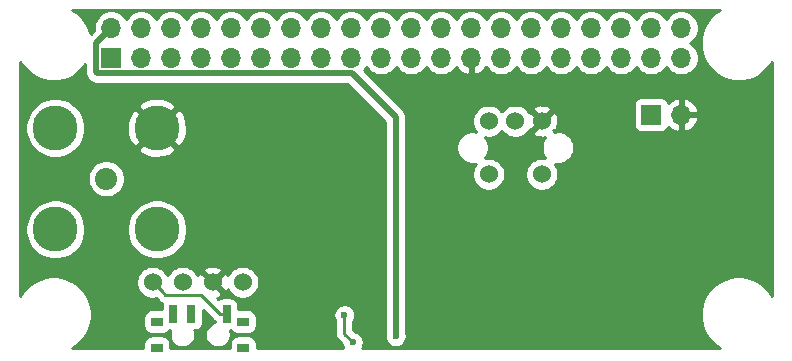
<source format=gbl>
G04 #@! TF.GenerationSoftware,KiCad,Pcbnew,(5.1.9)-1*
G04 #@! TF.CreationDate,2021-03-17T22:20:43-04:00*
G04 #@! TF.ProjectId,pi_zero_video_modulator,70695f7a-6572-46f5-9f76-6964656f5f6d,rev?*
G04 #@! TF.SameCoordinates,Original*
G04 #@! TF.FileFunction,Copper,L2,Bot*
G04 #@! TF.FilePolarity,Positive*
%FSLAX46Y46*%
G04 Gerber Fmt 4.6, Leading zero omitted, Abs format (unit mm)*
G04 Created by KiCad (PCBNEW (5.1.9)-1) date 2021-03-17 22:20:43*
%MOMM*%
%LPD*%
G01*
G04 APERTURE LIST*
G04 #@! TA.AperFunction,ComponentPad*
%ADD10C,3.810000*%
G04 #@! TD*
G04 #@! TA.AperFunction,ComponentPad*
%ADD11C,1.875000*%
G04 #@! TD*
G04 #@! TA.AperFunction,ComponentPad*
%ADD12C,1.524000*%
G04 #@! TD*
G04 #@! TA.AperFunction,SMDPad,CuDef*
%ADD13R,1.000000X0.800000*%
G04 #@! TD*
G04 #@! TA.AperFunction,SMDPad,CuDef*
%ADD14R,0.700000X1.500000*%
G04 #@! TD*
G04 #@! TA.AperFunction,ComponentPad*
%ADD15O,1.700000X1.700000*%
G04 #@! TD*
G04 #@! TA.AperFunction,ComponentPad*
%ADD16R,1.700000X1.700000*%
G04 #@! TD*
G04 #@! TA.AperFunction,ViaPad*
%ADD17C,0.600000*%
G04 #@! TD*
G04 #@! TA.AperFunction,Conductor*
%ADD18C,0.500000*%
G04 #@! TD*
G04 #@! TA.AperFunction,Conductor*
%ADD19C,0.250000*%
G04 #@! TD*
G04 #@! TA.AperFunction,Conductor*
%ADD20C,0.254000*%
G04 #@! TD*
G04 #@! TA.AperFunction,Conductor*
%ADD21C,0.100000*%
G04 #@! TD*
G04 APERTURE END LIST*
D10*
X16147000Y-43797000D03*
X24747000Y-43797000D03*
X16147000Y-35197000D03*
X24747000Y-35197000D03*
D11*
X20447000Y-39497000D03*
D12*
X57332000Y-34616000D03*
X55084000Y-34616000D03*
X52832000Y-34616000D03*
X57332000Y-39116000D03*
X52832000Y-39116000D03*
X32004000Y-48260000D03*
X29464000Y-48260000D03*
X26924000Y-48260000D03*
X24384000Y-48260000D03*
D13*
X32047200Y-51594800D03*
X24747200Y-51594800D03*
X24747200Y-53804800D03*
X32047200Y-53804800D03*
D14*
X26147200Y-50944800D03*
X27647200Y-50944800D03*
X30647200Y-50944800D03*
D15*
X69128640Y-34068420D03*
D16*
X66588640Y-34068420D03*
D15*
X69130000Y-26730000D03*
X69130000Y-29270000D03*
X66590000Y-26730000D03*
X66590000Y-29270000D03*
X64050000Y-26730000D03*
X64050000Y-29270000D03*
X61510000Y-26730000D03*
X61510000Y-29270000D03*
X58970000Y-26730000D03*
X58970000Y-29270000D03*
X56430000Y-26730000D03*
X56430000Y-29270000D03*
X53890000Y-26730000D03*
X53890000Y-29270000D03*
X51350000Y-26730000D03*
X51350000Y-29270000D03*
X48810000Y-26730000D03*
X48810000Y-29270000D03*
X46270000Y-26730000D03*
X46270000Y-29270000D03*
X43730000Y-26730000D03*
X43730000Y-29270000D03*
X41190000Y-26730000D03*
X41190000Y-29270000D03*
X38650000Y-26730000D03*
X38650000Y-29270000D03*
X36110000Y-26730000D03*
X36110000Y-29270000D03*
X33570000Y-26730000D03*
X33570000Y-29270000D03*
X31030000Y-26730000D03*
X31030000Y-29270000D03*
X28490000Y-26730000D03*
X28490000Y-29270000D03*
X25950000Y-26730000D03*
X25950000Y-29270000D03*
X23410000Y-26730000D03*
X23410000Y-29270000D03*
X20870000Y-26730000D03*
D16*
X20870000Y-29270000D03*
D17*
X27660600Y-50977800D03*
X61544200Y-46101000D03*
X74777600Y-42138600D03*
X52324000Y-47853600D03*
X44958000Y-52832000D03*
X40614600Y-51054000D03*
X41323500Y-53340000D03*
X26162000Y-50927000D03*
D18*
X20020001Y-27579999D02*
X20870000Y-26730000D01*
X19569999Y-28030001D02*
X20020001Y-27579999D01*
X19569999Y-30480001D02*
X19569999Y-28030001D01*
X19659999Y-30570001D02*
X19569999Y-30480001D01*
X44958000Y-34290000D02*
X41238001Y-30570001D01*
X41238001Y-30570001D02*
X19659999Y-30570001D01*
X44958000Y-52832000D02*
X44958000Y-34290000D01*
D19*
X40614600Y-52631100D02*
X41323500Y-53340000D01*
X40614600Y-51054000D02*
X40614600Y-52631100D01*
X25145999Y-49021999D02*
X24384000Y-48260000D01*
X25471001Y-49347001D02*
X25145999Y-49021999D01*
X28449401Y-49347001D02*
X25471001Y-49347001D01*
X30047200Y-50944800D02*
X28449401Y-49347001D01*
X30647200Y-50944800D02*
X30047200Y-50944800D01*
D20*
X71942907Y-25493425D02*
X71493425Y-25942907D01*
X71140270Y-26471442D01*
X70897012Y-27058719D01*
X70773000Y-27682168D01*
X70773000Y-28317832D01*
X70897012Y-28941281D01*
X71140270Y-29528558D01*
X71493425Y-30057093D01*
X71942907Y-30506575D01*
X72471442Y-30859730D01*
X73058719Y-31102988D01*
X73682168Y-31227000D01*
X74317832Y-31227000D01*
X74941281Y-31102988D01*
X75528558Y-30859730D01*
X76057093Y-30506575D01*
X76506575Y-30057093D01*
X76815000Y-29595501D01*
X76815001Y-49404500D01*
X76506575Y-48942907D01*
X76057093Y-48493425D01*
X75528558Y-48140270D01*
X74941281Y-47897012D01*
X74317832Y-47773000D01*
X73682168Y-47773000D01*
X73058719Y-47897012D01*
X72471442Y-48140270D01*
X71942907Y-48493425D01*
X71493425Y-48942907D01*
X71140270Y-49471442D01*
X70897012Y-50058719D01*
X70773000Y-50682168D01*
X70773000Y-51317832D01*
X70897012Y-51941281D01*
X71140270Y-52528558D01*
X71493425Y-53057093D01*
X71942907Y-53506575D01*
X72404499Y-53815000D01*
X42130630Y-53815000D01*
X42152086Y-53782889D01*
X42222568Y-53612729D01*
X42258500Y-53432089D01*
X42258500Y-53247911D01*
X42222568Y-53067271D01*
X42152086Y-52897111D01*
X42049762Y-52743972D01*
X41919528Y-52613738D01*
X41766389Y-52511414D01*
X41596229Y-52440932D01*
X41475149Y-52416847D01*
X41374600Y-52316299D01*
X41374600Y-51599535D01*
X41443186Y-51496889D01*
X41513668Y-51326729D01*
X41549600Y-51146089D01*
X41549600Y-50961911D01*
X41513668Y-50781271D01*
X41443186Y-50611111D01*
X41340862Y-50457972D01*
X41210628Y-50327738D01*
X41057489Y-50225414D01*
X40887329Y-50154932D01*
X40706689Y-50119000D01*
X40522511Y-50119000D01*
X40341871Y-50154932D01*
X40171711Y-50225414D01*
X40018572Y-50327738D01*
X39888338Y-50457972D01*
X39786014Y-50611111D01*
X39715532Y-50781271D01*
X39679600Y-50961911D01*
X39679600Y-51146089D01*
X39715532Y-51326729D01*
X39786014Y-51496889D01*
X39854600Y-51599536D01*
X39854601Y-52593768D01*
X39850924Y-52631100D01*
X39854601Y-52668433D01*
X39861074Y-52734148D01*
X39865598Y-52780085D01*
X39909054Y-52923346D01*
X39979626Y-53055376D01*
X40021154Y-53105977D01*
X40074600Y-53171101D01*
X40103598Y-53194899D01*
X40400347Y-53491649D01*
X40424432Y-53612729D01*
X40494914Y-53782889D01*
X40516370Y-53815000D01*
X33185272Y-53815000D01*
X33185272Y-53404800D01*
X33173012Y-53280318D01*
X33136702Y-53160620D01*
X33077737Y-53050306D01*
X32998385Y-52953615D01*
X32901694Y-52874263D01*
X32791380Y-52815298D01*
X32671682Y-52778988D01*
X32547200Y-52766728D01*
X31547200Y-52766728D01*
X31422718Y-52778988D01*
X31303020Y-52815298D01*
X31192706Y-52874263D01*
X31096015Y-52953615D01*
X31016663Y-53050306D01*
X30957698Y-53160620D01*
X30921388Y-53280318D01*
X30909128Y-53404800D01*
X30909128Y-53815000D01*
X25885272Y-53815000D01*
X25885272Y-53404800D01*
X25873012Y-53280318D01*
X25836702Y-53160620D01*
X25777737Y-53050306D01*
X25698385Y-52953615D01*
X25601694Y-52874263D01*
X25491380Y-52815298D01*
X25371682Y-52778988D01*
X25247200Y-52766728D01*
X24247200Y-52766728D01*
X24122718Y-52778988D01*
X24003020Y-52815298D01*
X23892706Y-52874263D01*
X23796015Y-52953615D01*
X23716663Y-53050306D01*
X23657698Y-53160620D01*
X23621388Y-53280318D01*
X23609128Y-53404800D01*
X23609128Y-53815000D01*
X17595501Y-53815000D01*
X18057093Y-53506575D01*
X18506575Y-53057093D01*
X18859730Y-52528558D01*
X19102988Y-51941281D01*
X19227000Y-51317832D01*
X19227000Y-50682168D01*
X19102988Y-50058719D01*
X18859730Y-49471442D01*
X18506575Y-48942907D01*
X18057093Y-48493425D01*
X17528558Y-48140270D01*
X17485436Y-48122408D01*
X22987000Y-48122408D01*
X22987000Y-48397592D01*
X23040686Y-48667490D01*
X23145995Y-48921727D01*
X23298880Y-49150535D01*
X23493465Y-49345120D01*
X23722273Y-49498005D01*
X23976510Y-49603314D01*
X24246408Y-49657000D01*
X24521592Y-49657000D01*
X24675571Y-49626372D01*
X24907197Y-49857998D01*
X24931000Y-49887002D01*
X25046725Y-49981975D01*
X25177054Y-50051639D01*
X25171388Y-50070318D01*
X25159128Y-50194800D01*
X25159128Y-50556728D01*
X24247200Y-50556728D01*
X24122718Y-50568988D01*
X24003020Y-50605298D01*
X23892706Y-50664263D01*
X23796015Y-50743615D01*
X23716663Y-50840306D01*
X23657698Y-50950620D01*
X23621388Y-51070318D01*
X23609128Y-51194800D01*
X23609128Y-51994800D01*
X23621388Y-52119282D01*
X23657698Y-52238980D01*
X23716663Y-52349294D01*
X23796015Y-52445985D01*
X23892706Y-52525337D01*
X24003020Y-52584302D01*
X24122718Y-52620612D01*
X24247200Y-52632872D01*
X25247200Y-52632872D01*
X25371682Y-52620612D01*
X25491380Y-52584302D01*
X25601694Y-52525337D01*
X25698385Y-52445985D01*
X25777737Y-52349294D01*
X25787049Y-52331872D01*
X25797200Y-52332872D01*
X25876862Y-52332872D01*
X25853896Y-52388317D01*
X25812200Y-52597937D01*
X25812200Y-52811663D01*
X25853896Y-53021283D01*
X25935685Y-53218740D01*
X26054425Y-53396447D01*
X26205553Y-53547575D01*
X26383260Y-53666315D01*
X26580717Y-53748104D01*
X26790337Y-53789800D01*
X27004063Y-53789800D01*
X27213683Y-53748104D01*
X27411140Y-53666315D01*
X27588847Y-53547575D01*
X27739975Y-53396447D01*
X27858715Y-53218740D01*
X27940504Y-53021283D01*
X27982200Y-52811663D01*
X27982200Y-52597937D01*
X27940504Y-52388317D01*
X27917538Y-52332872D01*
X27997200Y-52332872D01*
X28121682Y-52320612D01*
X28241380Y-52284302D01*
X28351694Y-52225337D01*
X28448385Y-52145985D01*
X28527737Y-52049294D01*
X28586702Y-51938980D01*
X28623012Y-51819282D01*
X28635272Y-51694800D01*
X28635272Y-50607673D01*
X29483401Y-51455803D01*
X29507199Y-51484801D01*
X29536197Y-51508599D01*
X29622923Y-51579774D01*
X29659128Y-51599126D01*
X29659128Y-51645899D01*
X29580717Y-51661496D01*
X29383260Y-51743285D01*
X29205553Y-51862025D01*
X29054425Y-52013153D01*
X28935685Y-52190860D01*
X28853896Y-52388317D01*
X28812200Y-52597937D01*
X28812200Y-52811663D01*
X28853896Y-53021283D01*
X28935685Y-53218740D01*
X29054425Y-53396447D01*
X29205553Y-53547575D01*
X29383260Y-53666315D01*
X29580717Y-53748104D01*
X29790337Y-53789800D01*
X30004063Y-53789800D01*
X30213683Y-53748104D01*
X30411140Y-53666315D01*
X30588847Y-53547575D01*
X30739975Y-53396447D01*
X30858715Y-53218740D01*
X30940504Y-53021283D01*
X30982200Y-52811663D01*
X30982200Y-52597937D01*
X30940504Y-52388317D01*
X30917538Y-52332872D01*
X30997200Y-52332872D01*
X31007351Y-52331872D01*
X31016663Y-52349294D01*
X31096015Y-52445985D01*
X31192706Y-52525337D01*
X31303020Y-52584302D01*
X31422718Y-52620612D01*
X31547200Y-52632872D01*
X32547200Y-52632872D01*
X32671682Y-52620612D01*
X32791380Y-52584302D01*
X32901694Y-52525337D01*
X32998385Y-52445985D01*
X33077737Y-52349294D01*
X33136702Y-52238980D01*
X33173012Y-52119282D01*
X33185272Y-51994800D01*
X33185272Y-51194800D01*
X33173012Y-51070318D01*
X33136702Y-50950620D01*
X33077737Y-50840306D01*
X32998385Y-50743615D01*
X32901694Y-50664263D01*
X32791380Y-50605298D01*
X32671682Y-50568988D01*
X32547200Y-50556728D01*
X31635272Y-50556728D01*
X31635272Y-50194800D01*
X31623012Y-50070318D01*
X31586702Y-49950620D01*
X31527737Y-49840306D01*
X31448385Y-49743615D01*
X31351694Y-49664263D01*
X31241380Y-49605298D01*
X31121682Y-49568988D01*
X30997200Y-49556728D01*
X30297200Y-49556728D01*
X30172718Y-49568988D01*
X30053020Y-49605298D01*
X29942706Y-49664263D01*
X29887099Y-49709898D01*
X29799434Y-49622232D01*
X29808133Y-49620922D01*
X30067023Y-49527636D01*
X30182980Y-49465656D01*
X30249960Y-49225565D01*
X29464000Y-48439605D01*
X29449858Y-48453748D01*
X29270253Y-48274143D01*
X29284395Y-48260000D01*
X29643605Y-48260000D01*
X30429565Y-49045960D01*
X30669656Y-48978980D01*
X30733485Y-48843240D01*
X30765995Y-48921727D01*
X30918880Y-49150535D01*
X31113465Y-49345120D01*
X31342273Y-49498005D01*
X31596510Y-49603314D01*
X31866408Y-49657000D01*
X32141592Y-49657000D01*
X32411490Y-49603314D01*
X32665727Y-49498005D01*
X32894535Y-49345120D01*
X33089120Y-49150535D01*
X33242005Y-48921727D01*
X33347314Y-48667490D01*
X33401000Y-48397592D01*
X33401000Y-48122408D01*
X33347314Y-47852510D01*
X33242005Y-47598273D01*
X33089120Y-47369465D01*
X32894535Y-47174880D01*
X32665727Y-47021995D01*
X32411490Y-46916686D01*
X32141592Y-46863000D01*
X31866408Y-46863000D01*
X31596510Y-46916686D01*
X31342273Y-47021995D01*
X31113465Y-47174880D01*
X30918880Y-47369465D01*
X30765995Y-47598273D01*
X30736308Y-47669943D01*
X30731636Y-47656977D01*
X30669656Y-47541020D01*
X30429565Y-47474040D01*
X29643605Y-48260000D01*
X29284395Y-48260000D01*
X28498435Y-47474040D01*
X28258344Y-47541020D01*
X28194515Y-47676760D01*
X28162005Y-47598273D01*
X28009120Y-47369465D01*
X27934090Y-47294435D01*
X28678040Y-47294435D01*
X29464000Y-48080395D01*
X30249960Y-47294435D01*
X30182980Y-47054344D01*
X29933952Y-46937244D01*
X29666865Y-46870977D01*
X29391983Y-46858090D01*
X29119867Y-46899078D01*
X28860977Y-46992364D01*
X28745020Y-47054344D01*
X28678040Y-47294435D01*
X27934090Y-47294435D01*
X27814535Y-47174880D01*
X27585727Y-47021995D01*
X27331490Y-46916686D01*
X27061592Y-46863000D01*
X26786408Y-46863000D01*
X26516510Y-46916686D01*
X26262273Y-47021995D01*
X26033465Y-47174880D01*
X25838880Y-47369465D01*
X25685995Y-47598273D01*
X25654000Y-47675515D01*
X25622005Y-47598273D01*
X25469120Y-47369465D01*
X25274535Y-47174880D01*
X25045727Y-47021995D01*
X24791490Y-46916686D01*
X24521592Y-46863000D01*
X24246408Y-46863000D01*
X23976510Y-46916686D01*
X23722273Y-47021995D01*
X23493465Y-47174880D01*
X23298880Y-47369465D01*
X23145995Y-47598273D01*
X23040686Y-47852510D01*
X22987000Y-48122408D01*
X17485436Y-48122408D01*
X16941281Y-47897012D01*
X16317832Y-47773000D01*
X15682168Y-47773000D01*
X15058719Y-47897012D01*
X14471442Y-48140270D01*
X13942907Y-48493425D01*
X13493425Y-48942907D01*
X13185000Y-49404499D01*
X13185000Y-43546832D01*
X13607000Y-43546832D01*
X13607000Y-44047168D01*
X13704611Y-44537891D01*
X13896081Y-45000141D01*
X14174053Y-45416156D01*
X14527844Y-45769947D01*
X14943859Y-46047919D01*
X15406109Y-46239389D01*
X15896832Y-46337000D01*
X16397168Y-46337000D01*
X16887891Y-46239389D01*
X17350141Y-46047919D01*
X17766156Y-45769947D01*
X18119947Y-45416156D01*
X18397919Y-45000141D01*
X18589389Y-44537891D01*
X18687000Y-44047168D01*
X18687000Y-43546832D01*
X22207000Y-43546832D01*
X22207000Y-44047168D01*
X22304611Y-44537891D01*
X22496081Y-45000141D01*
X22774053Y-45416156D01*
X23127844Y-45769947D01*
X23543859Y-46047919D01*
X24006109Y-46239389D01*
X24496832Y-46337000D01*
X24997168Y-46337000D01*
X25487891Y-46239389D01*
X25950141Y-46047919D01*
X26366156Y-45769947D01*
X26719947Y-45416156D01*
X26997919Y-45000141D01*
X27189389Y-44537891D01*
X27287000Y-44047168D01*
X27287000Y-43546832D01*
X27189389Y-43056109D01*
X26997919Y-42593859D01*
X26719947Y-42177844D01*
X26366156Y-41824053D01*
X25950141Y-41546081D01*
X25487891Y-41354611D01*
X24997168Y-41257000D01*
X24496832Y-41257000D01*
X24006109Y-41354611D01*
X23543859Y-41546081D01*
X23127844Y-41824053D01*
X22774053Y-42177844D01*
X22496081Y-42593859D01*
X22304611Y-43056109D01*
X22207000Y-43546832D01*
X18687000Y-43546832D01*
X18589389Y-43056109D01*
X18397919Y-42593859D01*
X18119947Y-42177844D01*
X17766156Y-41824053D01*
X17350141Y-41546081D01*
X16887891Y-41354611D01*
X16397168Y-41257000D01*
X15896832Y-41257000D01*
X15406109Y-41354611D01*
X14943859Y-41546081D01*
X14527844Y-41824053D01*
X14174053Y-42177844D01*
X13896081Y-42593859D01*
X13704611Y-43056109D01*
X13607000Y-43546832D01*
X13185000Y-43546832D01*
X13185000Y-39342122D01*
X18874500Y-39342122D01*
X18874500Y-39651878D01*
X18934930Y-39955681D01*
X19053468Y-40241858D01*
X19225559Y-40499411D01*
X19444589Y-40718441D01*
X19702142Y-40890532D01*
X19988319Y-41009070D01*
X20292122Y-41069500D01*
X20601878Y-41069500D01*
X20905681Y-41009070D01*
X21191858Y-40890532D01*
X21449411Y-40718441D01*
X21668441Y-40499411D01*
X21840532Y-40241858D01*
X21959070Y-39955681D01*
X22019500Y-39651878D01*
X22019500Y-39342122D01*
X21959070Y-39038319D01*
X21840532Y-38752142D01*
X21668441Y-38494589D01*
X21449411Y-38275559D01*
X21191858Y-38103468D01*
X20905681Y-37984930D01*
X20601878Y-37924500D01*
X20292122Y-37924500D01*
X19988319Y-37984930D01*
X19702142Y-38103468D01*
X19444589Y-38275559D01*
X19225559Y-38494589D01*
X19053468Y-38752142D01*
X18934930Y-39038319D01*
X18874500Y-39342122D01*
X13185000Y-39342122D01*
X13185000Y-34946832D01*
X13607000Y-34946832D01*
X13607000Y-35447168D01*
X13704611Y-35937891D01*
X13896081Y-36400141D01*
X14174053Y-36816156D01*
X14527844Y-37169947D01*
X14943859Y-37447919D01*
X15406109Y-37639389D01*
X15896832Y-37737000D01*
X16397168Y-37737000D01*
X16887891Y-37639389D01*
X17350141Y-37447919D01*
X17766156Y-37169947D01*
X17959196Y-36976907D01*
X23146699Y-36976907D01*
X23351405Y-37333937D01*
X23795117Y-37565143D01*
X24275409Y-37705343D01*
X24773823Y-37749149D01*
X25271208Y-37694877D01*
X25748447Y-37544613D01*
X26142595Y-37333937D01*
X26347301Y-36976907D01*
X24747000Y-35376605D01*
X23146699Y-36976907D01*
X17959196Y-36976907D01*
X18119947Y-36816156D01*
X18397919Y-36400141D01*
X18589389Y-35937891D01*
X18687000Y-35447168D01*
X18687000Y-35223823D01*
X22194851Y-35223823D01*
X22249123Y-35721208D01*
X22399387Y-36198447D01*
X22610063Y-36592595D01*
X22967093Y-36797301D01*
X24567395Y-35197000D01*
X24926605Y-35197000D01*
X26526907Y-36797301D01*
X26883937Y-36592595D01*
X27115143Y-36148883D01*
X27255343Y-35668591D01*
X27299149Y-35170177D01*
X27244877Y-34672792D01*
X27094613Y-34195553D01*
X26883937Y-33801405D01*
X26526907Y-33596699D01*
X24926605Y-35197000D01*
X24567395Y-35197000D01*
X22967093Y-33596699D01*
X22610063Y-33801405D01*
X22378857Y-34245117D01*
X22238657Y-34725409D01*
X22194851Y-35223823D01*
X18687000Y-35223823D01*
X18687000Y-34946832D01*
X18589389Y-34456109D01*
X18397919Y-33993859D01*
X18119947Y-33577844D01*
X17959196Y-33417093D01*
X23146699Y-33417093D01*
X24747000Y-35017395D01*
X26347301Y-33417093D01*
X26142595Y-33060063D01*
X25698883Y-32828857D01*
X25218591Y-32688657D01*
X24720177Y-32644851D01*
X24222792Y-32699123D01*
X23745553Y-32849387D01*
X23351405Y-33060063D01*
X23146699Y-33417093D01*
X17959196Y-33417093D01*
X17766156Y-33224053D01*
X17350141Y-32946081D01*
X16887891Y-32754611D01*
X16397168Y-32657000D01*
X15896832Y-32657000D01*
X15406109Y-32754611D01*
X14943859Y-32946081D01*
X14527844Y-33224053D01*
X14174053Y-33577844D01*
X13896081Y-33993859D01*
X13704611Y-34456109D01*
X13607000Y-34946832D01*
X13185000Y-34946832D01*
X13185000Y-29595501D01*
X13493425Y-30057093D01*
X13942907Y-30506575D01*
X14471442Y-30859730D01*
X15058719Y-31102988D01*
X15682168Y-31227000D01*
X16317832Y-31227000D01*
X16941281Y-31102988D01*
X17528558Y-30859730D01*
X18057093Y-30506575D01*
X18506575Y-30057093D01*
X18684999Y-29790062D01*
X18684999Y-30436532D01*
X18680718Y-30480001D01*
X18684999Y-30523470D01*
X18684999Y-30523477D01*
X18697804Y-30653490D01*
X18748410Y-30820313D01*
X18830588Y-30974059D01*
X18941182Y-31108818D01*
X18974955Y-31136535D01*
X19003465Y-31165045D01*
X19031182Y-31198818D01*
X19165940Y-31309412D01*
X19319686Y-31391590D01*
X19486509Y-31442196D01*
X19616522Y-31455001D01*
X19616532Y-31455001D01*
X19659998Y-31459282D01*
X19703464Y-31455001D01*
X40871423Y-31455001D01*
X44073001Y-34656580D01*
X44073000Y-52525308D01*
X44058932Y-52559271D01*
X44023000Y-52739911D01*
X44023000Y-52924089D01*
X44058932Y-53104729D01*
X44129414Y-53274889D01*
X44231738Y-53428028D01*
X44361972Y-53558262D01*
X44515111Y-53660586D01*
X44685271Y-53731068D01*
X44865911Y-53767000D01*
X45050089Y-53767000D01*
X45230729Y-53731068D01*
X45400889Y-53660586D01*
X45554028Y-53558262D01*
X45684262Y-53428028D01*
X45786586Y-53274889D01*
X45857068Y-53104729D01*
X45893000Y-52924089D01*
X45893000Y-52739911D01*
X45857068Y-52559271D01*
X45843000Y-52525308D01*
X45843000Y-36731589D01*
X50077000Y-36731589D01*
X50077000Y-37004411D01*
X50130225Y-37271989D01*
X50234629Y-37524043D01*
X50386201Y-37750886D01*
X50579114Y-37943799D01*
X50805957Y-38095371D01*
X51058011Y-38199775D01*
X51325589Y-38253000D01*
X51598411Y-38253000D01*
X51749374Y-38222971D01*
X51746880Y-38225465D01*
X51593995Y-38454273D01*
X51488686Y-38708510D01*
X51435000Y-38978408D01*
X51435000Y-39253592D01*
X51488686Y-39523490D01*
X51593995Y-39777727D01*
X51746880Y-40006535D01*
X51941465Y-40201120D01*
X52170273Y-40354005D01*
X52424510Y-40459314D01*
X52694408Y-40513000D01*
X52969592Y-40513000D01*
X53239490Y-40459314D01*
X53493727Y-40354005D01*
X53722535Y-40201120D01*
X53917120Y-40006535D01*
X54070005Y-39777727D01*
X54175314Y-39523490D01*
X54229000Y-39253592D01*
X54229000Y-38978408D01*
X55935000Y-38978408D01*
X55935000Y-39253592D01*
X55988686Y-39523490D01*
X56093995Y-39777727D01*
X56246880Y-40006535D01*
X56441465Y-40201120D01*
X56670273Y-40354005D01*
X56924510Y-40459314D01*
X57194408Y-40513000D01*
X57469592Y-40513000D01*
X57739490Y-40459314D01*
X57993727Y-40354005D01*
X58222535Y-40201120D01*
X58417120Y-40006535D01*
X58570005Y-39777727D01*
X58675314Y-39523490D01*
X58729000Y-39253592D01*
X58729000Y-38978408D01*
X58675314Y-38708510D01*
X58570005Y-38454273D01*
X58417120Y-38225465D01*
X58414626Y-38222971D01*
X58565589Y-38253000D01*
X58838411Y-38253000D01*
X59105989Y-38199775D01*
X59358043Y-38095371D01*
X59584886Y-37943799D01*
X59777799Y-37750886D01*
X59929371Y-37524043D01*
X60033775Y-37271989D01*
X60087000Y-37004411D01*
X60087000Y-36731589D01*
X60033775Y-36464011D01*
X59929371Y-36211957D01*
X59777799Y-35985114D01*
X59584886Y-35792201D01*
X59358043Y-35640629D01*
X59105989Y-35536225D01*
X58838411Y-35483000D01*
X58565589Y-35483000D01*
X58409630Y-35514022D01*
X58297567Y-35401959D01*
X58537656Y-35334980D01*
X58654756Y-35085952D01*
X58721023Y-34818865D01*
X58733910Y-34543983D01*
X58692922Y-34271867D01*
X58599636Y-34012977D01*
X58537656Y-33897020D01*
X58297565Y-33830040D01*
X57511605Y-34616000D01*
X57525748Y-34630143D01*
X57346143Y-34809748D01*
X57332000Y-34795605D01*
X56546040Y-35581565D01*
X56613020Y-35821656D01*
X56862048Y-35938756D01*
X57129135Y-36005023D01*
X57404017Y-36017910D01*
X57626991Y-35984324D01*
X57626201Y-35985114D01*
X57474629Y-36211957D01*
X57370225Y-36464011D01*
X57317000Y-36731589D01*
X57317000Y-37004411D01*
X57370225Y-37271989D01*
X57474629Y-37524043D01*
X57625635Y-37750039D01*
X57469592Y-37719000D01*
X57194408Y-37719000D01*
X56924510Y-37772686D01*
X56670273Y-37877995D01*
X56441465Y-38030880D01*
X56246880Y-38225465D01*
X56093995Y-38454273D01*
X55988686Y-38708510D01*
X55935000Y-38978408D01*
X54229000Y-38978408D01*
X54175314Y-38708510D01*
X54070005Y-38454273D01*
X53917120Y-38225465D01*
X53722535Y-38030880D01*
X53493727Y-37877995D01*
X53239490Y-37772686D01*
X52969592Y-37719000D01*
X52694408Y-37719000D01*
X52538365Y-37750039D01*
X52689371Y-37524043D01*
X52793775Y-37271989D01*
X52847000Y-37004411D01*
X52847000Y-36731589D01*
X52793775Y-36464011D01*
X52689371Y-36211957D01*
X52537799Y-35985114D01*
X52533723Y-35981038D01*
X52694408Y-36013000D01*
X52969592Y-36013000D01*
X53239490Y-35959314D01*
X53493727Y-35854005D01*
X53722535Y-35701120D01*
X53917120Y-35506535D01*
X53958000Y-35445354D01*
X53998880Y-35506535D01*
X54193465Y-35701120D01*
X54422273Y-35854005D01*
X54676510Y-35959314D01*
X54946408Y-36013000D01*
X55221592Y-36013000D01*
X55491490Y-35959314D01*
X55745727Y-35854005D01*
X55974535Y-35701120D01*
X56169120Y-35506535D01*
X56259018Y-35371993D01*
X56366435Y-35401960D01*
X57152395Y-34616000D01*
X56366435Y-33830040D01*
X56259018Y-33860007D01*
X56169120Y-33725465D01*
X56094090Y-33650435D01*
X56546040Y-33650435D01*
X57332000Y-34436395D01*
X58117960Y-33650435D01*
X58050980Y-33410344D01*
X57801952Y-33293244D01*
X57534865Y-33226977D01*
X57352343Y-33218420D01*
X65100568Y-33218420D01*
X65100568Y-34918420D01*
X65112828Y-35042902D01*
X65149138Y-35162600D01*
X65208103Y-35272914D01*
X65287455Y-35369605D01*
X65384146Y-35448957D01*
X65494460Y-35507922D01*
X65614158Y-35544232D01*
X65738640Y-35556492D01*
X67438640Y-35556492D01*
X67563122Y-35544232D01*
X67682820Y-35507922D01*
X67793134Y-35448957D01*
X67889825Y-35369605D01*
X67969177Y-35272914D01*
X68028142Y-35162600D01*
X68052606Y-35081954D01*
X68128371Y-35166008D01*
X68361720Y-35340061D01*
X68624541Y-35465245D01*
X68771750Y-35509896D01*
X69001640Y-35388575D01*
X69001640Y-34195420D01*
X69255640Y-34195420D01*
X69255640Y-35388575D01*
X69485530Y-35509896D01*
X69632739Y-35465245D01*
X69895560Y-35340061D01*
X70128909Y-35166008D01*
X70323818Y-34949775D01*
X70472797Y-34699672D01*
X70570121Y-34425311D01*
X70449454Y-34195420D01*
X69255640Y-34195420D01*
X69001640Y-34195420D01*
X68981640Y-34195420D01*
X68981640Y-33941420D01*
X69001640Y-33941420D01*
X69001640Y-32748265D01*
X69255640Y-32748265D01*
X69255640Y-33941420D01*
X70449454Y-33941420D01*
X70570121Y-33711529D01*
X70472797Y-33437168D01*
X70323818Y-33187065D01*
X70128909Y-32970832D01*
X69895560Y-32796779D01*
X69632739Y-32671595D01*
X69485530Y-32626944D01*
X69255640Y-32748265D01*
X69001640Y-32748265D01*
X68771750Y-32626944D01*
X68624541Y-32671595D01*
X68361720Y-32796779D01*
X68128371Y-32970832D01*
X68052606Y-33054886D01*
X68028142Y-32974240D01*
X67969177Y-32863926D01*
X67889825Y-32767235D01*
X67793134Y-32687883D01*
X67682820Y-32628918D01*
X67563122Y-32592608D01*
X67438640Y-32580348D01*
X65738640Y-32580348D01*
X65614158Y-32592608D01*
X65494460Y-32628918D01*
X65384146Y-32687883D01*
X65287455Y-32767235D01*
X65208103Y-32863926D01*
X65149138Y-32974240D01*
X65112828Y-33093938D01*
X65100568Y-33218420D01*
X57352343Y-33218420D01*
X57259983Y-33214090D01*
X56987867Y-33255078D01*
X56728977Y-33348364D01*
X56613020Y-33410344D01*
X56546040Y-33650435D01*
X56094090Y-33650435D01*
X55974535Y-33530880D01*
X55745727Y-33377995D01*
X55491490Y-33272686D01*
X55221592Y-33219000D01*
X54946408Y-33219000D01*
X54676510Y-33272686D01*
X54422273Y-33377995D01*
X54193465Y-33530880D01*
X53998880Y-33725465D01*
X53958000Y-33786646D01*
X53917120Y-33725465D01*
X53722535Y-33530880D01*
X53493727Y-33377995D01*
X53239490Y-33272686D01*
X52969592Y-33219000D01*
X52694408Y-33219000D01*
X52424510Y-33272686D01*
X52170273Y-33377995D01*
X51941465Y-33530880D01*
X51746880Y-33725465D01*
X51593995Y-33954273D01*
X51488686Y-34208510D01*
X51435000Y-34478408D01*
X51435000Y-34753592D01*
X51488686Y-35023490D01*
X51593995Y-35277727D01*
X51746880Y-35506535D01*
X51754367Y-35514022D01*
X51598411Y-35483000D01*
X51325589Y-35483000D01*
X51058011Y-35536225D01*
X50805957Y-35640629D01*
X50579114Y-35792201D01*
X50386201Y-35985114D01*
X50234629Y-36211957D01*
X50130225Y-36464011D01*
X50077000Y-36731589D01*
X45843000Y-36731589D01*
X45843000Y-34333466D01*
X45847281Y-34289999D01*
X45843000Y-34246533D01*
X45843000Y-34246523D01*
X45830195Y-34116510D01*
X45779589Y-33949687D01*
X45697411Y-33795941D01*
X45673210Y-33766452D01*
X45614532Y-33694953D01*
X45614530Y-33694951D01*
X45586817Y-33661183D01*
X45553049Y-33633470D01*
X42239843Y-30320264D01*
X42343475Y-30216632D01*
X42460000Y-30042240D01*
X42576525Y-30216632D01*
X42783368Y-30423475D01*
X43026589Y-30585990D01*
X43296842Y-30697932D01*
X43583740Y-30755000D01*
X43876260Y-30755000D01*
X44163158Y-30697932D01*
X44433411Y-30585990D01*
X44676632Y-30423475D01*
X44883475Y-30216632D01*
X45000000Y-30042240D01*
X45116525Y-30216632D01*
X45323368Y-30423475D01*
X45566589Y-30585990D01*
X45836842Y-30697932D01*
X46123740Y-30755000D01*
X46416260Y-30755000D01*
X46703158Y-30697932D01*
X46973411Y-30585990D01*
X47216632Y-30423475D01*
X47423475Y-30216632D01*
X47540000Y-30042240D01*
X47656525Y-30216632D01*
X47863368Y-30423475D01*
X48106589Y-30585990D01*
X48376842Y-30697932D01*
X48663740Y-30755000D01*
X48956260Y-30755000D01*
X49243158Y-30697932D01*
X49513411Y-30585990D01*
X49756632Y-30423475D01*
X49963475Y-30216632D01*
X50085195Y-30034466D01*
X50154822Y-30151355D01*
X50349731Y-30367588D01*
X50583080Y-30541641D01*
X50845901Y-30666825D01*
X50993110Y-30711476D01*
X51223000Y-30590155D01*
X51223000Y-29397000D01*
X51203000Y-29397000D01*
X51203000Y-29143000D01*
X51223000Y-29143000D01*
X51223000Y-29123000D01*
X51477000Y-29123000D01*
X51477000Y-29143000D01*
X51497000Y-29143000D01*
X51497000Y-29397000D01*
X51477000Y-29397000D01*
X51477000Y-30590155D01*
X51706890Y-30711476D01*
X51854099Y-30666825D01*
X52116920Y-30541641D01*
X52350269Y-30367588D01*
X52545178Y-30151355D01*
X52614805Y-30034466D01*
X52736525Y-30216632D01*
X52943368Y-30423475D01*
X53186589Y-30585990D01*
X53456842Y-30697932D01*
X53743740Y-30755000D01*
X54036260Y-30755000D01*
X54323158Y-30697932D01*
X54593411Y-30585990D01*
X54836632Y-30423475D01*
X55043475Y-30216632D01*
X55160000Y-30042240D01*
X55276525Y-30216632D01*
X55483368Y-30423475D01*
X55726589Y-30585990D01*
X55996842Y-30697932D01*
X56283740Y-30755000D01*
X56576260Y-30755000D01*
X56863158Y-30697932D01*
X57133411Y-30585990D01*
X57376632Y-30423475D01*
X57583475Y-30216632D01*
X57700000Y-30042240D01*
X57816525Y-30216632D01*
X58023368Y-30423475D01*
X58266589Y-30585990D01*
X58536842Y-30697932D01*
X58823740Y-30755000D01*
X59116260Y-30755000D01*
X59403158Y-30697932D01*
X59673411Y-30585990D01*
X59916632Y-30423475D01*
X60123475Y-30216632D01*
X60240000Y-30042240D01*
X60356525Y-30216632D01*
X60563368Y-30423475D01*
X60806589Y-30585990D01*
X61076842Y-30697932D01*
X61363740Y-30755000D01*
X61656260Y-30755000D01*
X61943158Y-30697932D01*
X62213411Y-30585990D01*
X62456632Y-30423475D01*
X62663475Y-30216632D01*
X62780000Y-30042240D01*
X62896525Y-30216632D01*
X63103368Y-30423475D01*
X63346589Y-30585990D01*
X63616842Y-30697932D01*
X63903740Y-30755000D01*
X64196260Y-30755000D01*
X64483158Y-30697932D01*
X64753411Y-30585990D01*
X64996632Y-30423475D01*
X65203475Y-30216632D01*
X65320000Y-30042240D01*
X65436525Y-30216632D01*
X65643368Y-30423475D01*
X65886589Y-30585990D01*
X66156842Y-30697932D01*
X66443740Y-30755000D01*
X66736260Y-30755000D01*
X67023158Y-30697932D01*
X67293411Y-30585990D01*
X67536632Y-30423475D01*
X67743475Y-30216632D01*
X67860000Y-30042240D01*
X67976525Y-30216632D01*
X68183368Y-30423475D01*
X68426589Y-30585990D01*
X68696842Y-30697932D01*
X68983740Y-30755000D01*
X69276260Y-30755000D01*
X69563158Y-30697932D01*
X69833411Y-30585990D01*
X70076632Y-30423475D01*
X70283475Y-30216632D01*
X70445990Y-29973411D01*
X70557932Y-29703158D01*
X70615000Y-29416260D01*
X70615000Y-29123740D01*
X70557932Y-28836842D01*
X70445990Y-28566589D01*
X70283475Y-28323368D01*
X70076632Y-28116525D01*
X69902240Y-28000000D01*
X70076632Y-27883475D01*
X70283475Y-27676632D01*
X70445990Y-27433411D01*
X70557932Y-27163158D01*
X70615000Y-26876260D01*
X70615000Y-26583740D01*
X70557932Y-26296842D01*
X70445990Y-26026589D01*
X70283475Y-25783368D01*
X70076632Y-25576525D01*
X69833411Y-25414010D01*
X69563158Y-25302068D01*
X69276260Y-25245000D01*
X68983740Y-25245000D01*
X68696842Y-25302068D01*
X68426589Y-25414010D01*
X68183368Y-25576525D01*
X67976525Y-25783368D01*
X67860000Y-25957760D01*
X67743475Y-25783368D01*
X67536632Y-25576525D01*
X67293411Y-25414010D01*
X67023158Y-25302068D01*
X66736260Y-25245000D01*
X66443740Y-25245000D01*
X66156842Y-25302068D01*
X65886589Y-25414010D01*
X65643368Y-25576525D01*
X65436525Y-25783368D01*
X65320000Y-25957760D01*
X65203475Y-25783368D01*
X64996632Y-25576525D01*
X64753411Y-25414010D01*
X64483158Y-25302068D01*
X64196260Y-25245000D01*
X63903740Y-25245000D01*
X63616842Y-25302068D01*
X63346589Y-25414010D01*
X63103368Y-25576525D01*
X62896525Y-25783368D01*
X62780000Y-25957760D01*
X62663475Y-25783368D01*
X62456632Y-25576525D01*
X62213411Y-25414010D01*
X61943158Y-25302068D01*
X61656260Y-25245000D01*
X61363740Y-25245000D01*
X61076842Y-25302068D01*
X60806589Y-25414010D01*
X60563368Y-25576525D01*
X60356525Y-25783368D01*
X60240000Y-25957760D01*
X60123475Y-25783368D01*
X59916632Y-25576525D01*
X59673411Y-25414010D01*
X59403158Y-25302068D01*
X59116260Y-25245000D01*
X58823740Y-25245000D01*
X58536842Y-25302068D01*
X58266589Y-25414010D01*
X58023368Y-25576525D01*
X57816525Y-25783368D01*
X57700000Y-25957760D01*
X57583475Y-25783368D01*
X57376632Y-25576525D01*
X57133411Y-25414010D01*
X56863158Y-25302068D01*
X56576260Y-25245000D01*
X56283740Y-25245000D01*
X55996842Y-25302068D01*
X55726589Y-25414010D01*
X55483368Y-25576525D01*
X55276525Y-25783368D01*
X55160000Y-25957760D01*
X55043475Y-25783368D01*
X54836632Y-25576525D01*
X54593411Y-25414010D01*
X54323158Y-25302068D01*
X54036260Y-25245000D01*
X53743740Y-25245000D01*
X53456842Y-25302068D01*
X53186589Y-25414010D01*
X52943368Y-25576525D01*
X52736525Y-25783368D01*
X52620000Y-25957760D01*
X52503475Y-25783368D01*
X52296632Y-25576525D01*
X52053411Y-25414010D01*
X51783158Y-25302068D01*
X51496260Y-25245000D01*
X51203740Y-25245000D01*
X50916842Y-25302068D01*
X50646589Y-25414010D01*
X50403368Y-25576525D01*
X50196525Y-25783368D01*
X50080000Y-25957760D01*
X49963475Y-25783368D01*
X49756632Y-25576525D01*
X49513411Y-25414010D01*
X49243158Y-25302068D01*
X48956260Y-25245000D01*
X48663740Y-25245000D01*
X48376842Y-25302068D01*
X48106589Y-25414010D01*
X47863368Y-25576525D01*
X47656525Y-25783368D01*
X47540000Y-25957760D01*
X47423475Y-25783368D01*
X47216632Y-25576525D01*
X46973411Y-25414010D01*
X46703158Y-25302068D01*
X46416260Y-25245000D01*
X46123740Y-25245000D01*
X45836842Y-25302068D01*
X45566589Y-25414010D01*
X45323368Y-25576525D01*
X45116525Y-25783368D01*
X45000000Y-25957760D01*
X44883475Y-25783368D01*
X44676632Y-25576525D01*
X44433411Y-25414010D01*
X44163158Y-25302068D01*
X43876260Y-25245000D01*
X43583740Y-25245000D01*
X43296842Y-25302068D01*
X43026589Y-25414010D01*
X42783368Y-25576525D01*
X42576525Y-25783368D01*
X42460000Y-25957760D01*
X42343475Y-25783368D01*
X42136632Y-25576525D01*
X41893411Y-25414010D01*
X41623158Y-25302068D01*
X41336260Y-25245000D01*
X41043740Y-25245000D01*
X40756842Y-25302068D01*
X40486589Y-25414010D01*
X40243368Y-25576525D01*
X40036525Y-25783368D01*
X39920000Y-25957760D01*
X39803475Y-25783368D01*
X39596632Y-25576525D01*
X39353411Y-25414010D01*
X39083158Y-25302068D01*
X38796260Y-25245000D01*
X38503740Y-25245000D01*
X38216842Y-25302068D01*
X37946589Y-25414010D01*
X37703368Y-25576525D01*
X37496525Y-25783368D01*
X37380000Y-25957760D01*
X37263475Y-25783368D01*
X37056632Y-25576525D01*
X36813411Y-25414010D01*
X36543158Y-25302068D01*
X36256260Y-25245000D01*
X35963740Y-25245000D01*
X35676842Y-25302068D01*
X35406589Y-25414010D01*
X35163368Y-25576525D01*
X34956525Y-25783368D01*
X34840000Y-25957760D01*
X34723475Y-25783368D01*
X34516632Y-25576525D01*
X34273411Y-25414010D01*
X34003158Y-25302068D01*
X33716260Y-25245000D01*
X33423740Y-25245000D01*
X33136842Y-25302068D01*
X32866589Y-25414010D01*
X32623368Y-25576525D01*
X32416525Y-25783368D01*
X32300000Y-25957760D01*
X32183475Y-25783368D01*
X31976632Y-25576525D01*
X31733411Y-25414010D01*
X31463158Y-25302068D01*
X31176260Y-25245000D01*
X30883740Y-25245000D01*
X30596842Y-25302068D01*
X30326589Y-25414010D01*
X30083368Y-25576525D01*
X29876525Y-25783368D01*
X29760000Y-25957760D01*
X29643475Y-25783368D01*
X29436632Y-25576525D01*
X29193411Y-25414010D01*
X28923158Y-25302068D01*
X28636260Y-25245000D01*
X28343740Y-25245000D01*
X28056842Y-25302068D01*
X27786589Y-25414010D01*
X27543368Y-25576525D01*
X27336525Y-25783368D01*
X27220000Y-25957760D01*
X27103475Y-25783368D01*
X26896632Y-25576525D01*
X26653411Y-25414010D01*
X26383158Y-25302068D01*
X26096260Y-25245000D01*
X25803740Y-25245000D01*
X25516842Y-25302068D01*
X25246589Y-25414010D01*
X25003368Y-25576525D01*
X24796525Y-25783368D01*
X24680000Y-25957760D01*
X24563475Y-25783368D01*
X24356632Y-25576525D01*
X24113411Y-25414010D01*
X23843158Y-25302068D01*
X23556260Y-25245000D01*
X23263740Y-25245000D01*
X22976842Y-25302068D01*
X22706589Y-25414010D01*
X22463368Y-25576525D01*
X22256525Y-25783368D01*
X22140000Y-25957760D01*
X22023475Y-25783368D01*
X21816632Y-25576525D01*
X21573411Y-25414010D01*
X21303158Y-25302068D01*
X21016260Y-25245000D01*
X20723740Y-25245000D01*
X20436842Y-25302068D01*
X20166589Y-25414010D01*
X19923368Y-25576525D01*
X19716525Y-25783368D01*
X19554010Y-26026589D01*
X19442068Y-26296842D01*
X19385000Y-26583740D01*
X19385000Y-26876260D01*
X19399461Y-26948961D01*
X19133966Y-27214456D01*
X19102988Y-27058719D01*
X18859730Y-26471442D01*
X18506575Y-25942907D01*
X18057093Y-25493425D01*
X17595501Y-25185000D01*
X72404499Y-25185000D01*
X71942907Y-25493425D01*
G04 #@! TA.AperFunction,Conductor*
D21*
G36*
X71942907Y-25493425D02*
G01*
X71493425Y-25942907D01*
X71140270Y-26471442D01*
X70897012Y-27058719D01*
X70773000Y-27682168D01*
X70773000Y-28317832D01*
X70897012Y-28941281D01*
X71140270Y-29528558D01*
X71493425Y-30057093D01*
X71942907Y-30506575D01*
X72471442Y-30859730D01*
X73058719Y-31102988D01*
X73682168Y-31227000D01*
X74317832Y-31227000D01*
X74941281Y-31102988D01*
X75528558Y-30859730D01*
X76057093Y-30506575D01*
X76506575Y-30057093D01*
X76815000Y-29595501D01*
X76815001Y-49404500D01*
X76506575Y-48942907D01*
X76057093Y-48493425D01*
X75528558Y-48140270D01*
X74941281Y-47897012D01*
X74317832Y-47773000D01*
X73682168Y-47773000D01*
X73058719Y-47897012D01*
X72471442Y-48140270D01*
X71942907Y-48493425D01*
X71493425Y-48942907D01*
X71140270Y-49471442D01*
X70897012Y-50058719D01*
X70773000Y-50682168D01*
X70773000Y-51317832D01*
X70897012Y-51941281D01*
X71140270Y-52528558D01*
X71493425Y-53057093D01*
X71942907Y-53506575D01*
X72404499Y-53815000D01*
X42130630Y-53815000D01*
X42152086Y-53782889D01*
X42222568Y-53612729D01*
X42258500Y-53432089D01*
X42258500Y-53247911D01*
X42222568Y-53067271D01*
X42152086Y-52897111D01*
X42049762Y-52743972D01*
X41919528Y-52613738D01*
X41766389Y-52511414D01*
X41596229Y-52440932D01*
X41475149Y-52416847D01*
X41374600Y-52316299D01*
X41374600Y-51599535D01*
X41443186Y-51496889D01*
X41513668Y-51326729D01*
X41549600Y-51146089D01*
X41549600Y-50961911D01*
X41513668Y-50781271D01*
X41443186Y-50611111D01*
X41340862Y-50457972D01*
X41210628Y-50327738D01*
X41057489Y-50225414D01*
X40887329Y-50154932D01*
X40706689Y-50119000D01*
X40522511Y-50119000D01*
X40341871Y-50154932D01*
X40171711Y-50225414D01*
X40018572Y-50327738D01*
X39888338Y-50457972D01*
X39786014Y-50611111D01*
X39715532Y-50781271D01*
X39679600Y-50961911D01*
X39679600Y-51146089D01*
X39715532Y-51326729D01*
X39786014Y-51496889D01*
X39854600Y-51599536D01*
X39854601Y-52593768D01*
X39850924Y-52631100D01*
X39854601Y-52668433D01*
X39861074Y-52734148D01*
X39865598Y-52780085D01*
X39909054Y-52923346D01*
X39979626Y-53055376D01*
X40021154Y-53105977D01*
X40074600Y-53171101D01*
X40103598Y-53194899D01*
X40400347Y-53491649D01*
X40424432Y-53612729D01*
X40494914Y-53782889D01*
X40516370Y-53815000D01*
X33185272Y-53815000D01*
X33185272Y-53404800D01*
X33173012Y-53280318D01*
X33136702Y-53160620D01*
X33077737Y-53050306D01*
X32998385Y-52953615D01*
X32901694Y-52874263D01*
X32791380Y-52815298D01*
X32671682Y-52778988D01*
X32547200Y-52766728D01*
X31547200Y-52766728D01*
X31422718Y-52778988D01*
X31303020Y-52815298D01*
X31192706Y-52874263D01*
X31096015Y-52953615D01*
X31016663Y-53050306D01*
X30957698Y-53160620D01*
X30921388Y-53280318D01*
X30909128Y-53404800D01*
X30909128Y-53815000D01*
X25885272Y-53815000D01*
X25885272Y-53404800D01*
X25873012Y-53280318D01*
X25836702Y-53160620D01*
X25777737Y-53050306D01*
X25698385Y-52953615D01*
X25601694Y-52874263D01*
X25491380Y-52815298D01*
X25371682Y-52778988D01*
X25247200Y-52766728D01*
X24247200Y-52766728D01*
X24122718Y-52778988D01*
X24003020Y-52815298D01*
X23892706Y-52874263D01*
X23796015Y-52953615D01*
X23716663Y-53050306D01*
X23657698Y-53160620D01*
X23621388Y-53280318D01*
X23609128Y-53404800D01*
X23609128Y-53815000D01*
X17595501Y-53815000D01*
X18057093Y-53506575D01*
X18506575Y-53057093D01*
X18859730Y-52528558D01*
X19102988Y-51941281D01*
X19227000Y-51317832D01*
X19227000Y-50682168D01*
X19102988Y-50058719D01*
X18859730Y-49471442D01*
X18506575Y-48942907D01*
X18057093Y-48493425D01*
X17528558Y-48140270D01*
X17485436Y-48122408D01*
X22987000Y-48122408D01*
X22987000Y-48397592D01*
X23040686Y-48667490D01*
X23145995Y-48921727D01*
X23298880Y-49150535D01*
X23493465Y-49345120D01*
X23722273Y-49498005D01*
X23976510Y-49603314D01*
X24246408Y-49657000D01*
X24521592Y-49657000D01*
X24675571Y-49626372D01*
X24907197Y-49857998D01*
X24931000Y-49887002D01*
X25046725Y-49981975D01*
X25177054Y-50051639D01*
X25171388Y-50070318D01*
X25159128Y-50194800D01*
X25159128Y-50556728D01*
X24247200Y-50556728D01*
X24122718Y-50568988D01*
X24003020Y-50605298D01*
X23892706Y-50664263D01*
X23796015Y-50743615D01*
X23716663Y-50840306D01*
X23657698Y-50950620D01*
X23621388Y-51070318D01*
X23609128Y-51194800D01*
X23609128Y-51994800D01*
X23621388Y-52119282D01*
X23657698Y-52238980D01*
X23716663Y-52349294D01*
X23796015Y-52445985D01*
X23892706Y-52525337D01*
X24003020Y-52584302D01*
X24122718Y-52620612D01*
X24247200Y-52632872D01*
X25247200Y-52632872D01*
X25371682Y-52620612D01*
X25491380Y-52584302D01*
X25601694Y-52525337D01*
X25698385Y-52445985D01*
X25777737Y-52349294D01*
X25787049Y-52331872D01*
X25797200Y-52332872D01*
X25876862Y-52332872D01*
X25853896Y-52388317D01*
X25812200Y-52597937D01*
X25812200Y-52811663D01*
X25853896Y-53021283D01*
X25935685Y-53218740D01*
X26054425Y-53396447D01*
X26205553Y-53547575D01*
X26383260Y-53666315D01*
X26580717Y-53748104D01*
X26790337Y-53789800D01*
X27004063Y-53789800D01*
X27213683Y-53748104D01*
X27411140Y-53666315D01*
X27588847Y-53547575D01*
X27739975Y-53396447D01*
X27858715Y-53218740D01*
X27940504Y-53021283D01*
X27982200Y-52811663D01*
X27982200Y-52597937D01*
X27940504Y-52388317D01*
X27917538Y-52332872D01*
X27997200Y-52332872D01*
X28121682Y-52320612D01*
X28241380Y-52284302D01*
X28351694Y-52225337D01*
X28448385Y-52145985D01*
X28527737Y-52049294D01*
X28586702Y-51938980D01*
X28623012Y-51819282D01*
X28635272Y-51694800D01*
X28635272Y-50607673D01*
X29483401Y-51455803D01*
X29507199Y-51484801D01*
X29536197Y-51508599D01*
X29622923Y-51579774D01*
X29659128Y-51599126D01*
X29659128Y-51645899D01*
X29580717Y-51661496D01*
X29383260Y-51743285D01*
X29205553Y-51862025D01*
X29054425Y-52013153D01*
X28935685Y-52190860D01*
X28853896Y-52388317D01*
X28812200Y-52597937D01*
X28812200Y-52811663D01*
X28853896Y-53021283D01*
X28935685Y-53218740D01*
X29054425Y-53396447D01*
X29205553Y-53547575D01*
X29383260Y-53666315D01*
X29580717Y-53748104D01*
X29790337Y-53789800D01*
X30004063Y-53789800D01*
X30213683Y-53748104D01*
X30411140Y-53666315D01*
X30588847Y-53547575D01*
X30739975Y-53396447D01*
X30858715Y-53218740D01*
X30940504Y-53021283D01*
X30982200Y-52811663D01*
X30982200Y-52597937D01*
X30940504Y-52388317D01*
X30917538Y-52332872D01*
X30997200Y-52332872D01*
X31007351Y-52331872D01*
X31016663Y-52349294D01*
X31096015Y-52445985D01*
X31192706Y-52525337D01*
X31303020Y-52584302D01*
X31422718Y-52620612D01*
X31547200Y-52632872D01*
X32547200Y-52632872D01*
X32671682Y-52620612D01*
X32791380Y-52584302D01*
X32901694Y-52525337D01*
X32998385Y-52445985D01*
X33077737Y-52349294D01*
X33136702Y-52238980D01*
X33173012Y-52119282D01*
X33185272Y-51994800D01*
X33185272Y-51194800D01*
X33173012Y-51070318D01*
X33136702Y-50950620D01*
X33077737Y-50840306D01*
X32998385Y-50743615D01*
X32901694Y-50664263D01*
X32791380Y-50605298D01*
X32671682Y-50568988D01*
X32547200Y-50556728D01*
X31635272Y-50556728D01*
X31635272Y-50194800D01*
X31623012Y-50070318D01*
X31586702Y-49950620D01*
X31527737Y-49840306D01*
X31448385Y-49743615D01*
X31351694Y-49664263D01*
X31241380Y-49605298D01*
X31121682Y-49568988D01*
X30997200Y-49556728D01*
X30297200Y-49556728D01*
X30172718Y-49568988D01*
X30053020Y-49605298D01*
X29942706Y-49664263D01*
X29887099Y-49709898D01*
X29799434Y-49622232D01*
X29808133Y-49620922D01*
X30067023Y-49527636D01*
X30182980Y-49465656D01*
X30249960Y-49225565D01*
X29464000Y-48439605D01*
X29449858Y-48453748D01*
X29270253Y-48274143D01*
X29284395Y-48260000D01*
X29643605Y-48260000D01*
X30429565Y-49045960D01*
X30669656Y-48978980D01*
X30733485Y-48843240D01*
X30765995Y-48921727D01*
X30918880Y-49150535D01*
X31113465Y-49345120D01*
X31342273Y-49498005D01*
X31596510Y-49603314D01*
X31866408Y-49657000D01*
X32141592Y-49657000D01*
X32411490Y-49603314D01*
X32665727Y-49498005D01*
X32894535Y-49345120D01*
X33089120Y-49150535D01*
X33242005Y-48921727D01*
X33347314Y-48667490D01*
X33401000Y-48397592D01*
X33401000Y-48122408D01*
X33347314Y-47852510D01*
X33242005Y-47598273D01*
X33089120Y-47369465D01*
X32894535Y-47174880D01*
X32665727Y-47021995D01*
X32411490Y-46916686D01*
X32141592Y-46863000D01*
X31866408Y-46863000D01*
X31596510Y-46916686D01*
X31342273Y-47021995D01*
X31113465Y-47174880D01*
X30918880Y-47369465D01*
X30765995Y-47598273D01*
X30736308Y-47669943D01*
X30731636Y-47656977D01*
X30669656Y-47541020D01*
X30429565Y-47474040D01*
X29643605Y-48260000D01*
X29284395Y-48260000D01*
X28498435Y-47474040D01*
X28258344Y-47541020D01*
X28194515Y-47676760D01*
X28162005Y-47598273D01*
X28009120Y-47369465D01*
X27934090Y-47294435D01*
X28678040Y-47294435D01*
X29464000Y-48080395D01*
X30249960Y-47294435D01*
X30182980Y-47054344D01*
X29933952Y-46937244D01*
X29666865Y-46870977D01*
X29391983Y-46858090D01*
X29119867Y-46899078D01*
X28860977Y-46992364D01*
X28745020Y-47054344D01*
X28678040Y-47294435D01*
X27934090Y-47294435D01*
X27814535Y-47174880D01*
X27585727Y-47021995D01*
X27331490Y-46916686D01*
X27061592Y-46863000D01*
X26786408Y-46863000D01*
X26516510Y-46916686D01*
X26262273Y-47021995D01*
X26033465Y-47174880D01*
X25838880Y-47369465D01*
X25685995Y-47598273D01*
X25654000Y-47675515D01*
X25622005Y-47598273D01*
X25469120Y-47369465D01*
X25274535Y-47174880D01*
X25045727Y-47021995D01*
X24791490Y-46916686D01*
X24521592Y-46863000D01*
X24246408Y-46863000D01*
X23976510Y-46916686D01*
X23722273Y-47021995D01*
X23493465Y-47174880D01*
X23298880Y-47369465D01*
X23145995Y-47598273D01*
X23040686Y-47852510D01*
X22987000Y-48122408D01*
X17485436Y-48122408D01*
X16941281Y-47897012D01*
X16317832Y-47773000D01*
X15682168Y-47773000D01*
X15058719Y-47897012D01*
X14471442Y-48140270D01*
X13942907Y-48493425D01*
X13493425Y-48942907D01*
X13185000Y-49404499D01*
X13185000Y-43546832D01*
X13607000Y-43546832D01*
X13607000Y-44047168D01*
X13704611Y-44537891D01*
X13896081Y-45000141D01*
X14174053Y-45416156D01*
X14527844Y-45769947D01*
X14943859Y-46047919D01*
X15406109Y-46239389D01*
X15896832Y-46337000D01*
X16397168Y-46337000D01*
X16887891Y-46239389D01*
X17350141Y-46047919D01*
X17766156Y-45769947D01*
X18119947Y-45416156D01*
X18397919Y-45000141D01*
X18589389Y-44537891D01*
X18687000Y-44047168D01*
X18687000Y-43546832D01*
X22207000Y-43546832D01*
X22207000Y-44047168D01*
X22304611Y-44537891D01*
X22496081Y-45000141D01*
X22774053Y-45416156D01*
X23127844Y-45769947D01*
X23543859Y-46047919D01*
X24006109Y-46239389D01*
X24496832Y-46337000D01*
X24997168Y-46337000D01*
X25487891Y-46239389D01*
X25950141Y-46047919D01*
X26366156Y-45769947D01*
X26719947Y-45416156D01*
X26997919Y-45000141D01*
X27189389Y-44537891D01*
X27287000Y-44047168D01*
X27287000Y-43546832D01*
X27189389Y-43056109D01*
X26997919Y-42593859D01*
X26719947Y-42177844D01*
X26366156Y-41824053D01*
X25950141Y-41546081D01*
X25487891Y-41354611D01*
X24997168Y-41257000D01*
X24496832Y-41257000D01*
X24006109Y-41354611D01*
X23543859Y-41546081D01*
X23127844Y-41824053D01*
X22774053Y-42177844D01*
X22496081Y-42593859D01*
X22304611Y-43056109D01*
X22207000Y-43546832D01*
X18687000Y-43546832D01*
X18589389Y-43056109D01*
X18397919Y-42593859D01*
X18119947Y-42177844D01*
X17766156Y-41824053D01*
X17350141Y-41546081D01*
X16887891Y-41354611D01*
X16397168Y-41257000D01*
X15896832Y-41257000D01*
X15406109Y-41354611D01*
X14943859Y-41546081D01*
X14527844Y-41824053D01*
X14174053Y-42177844D01*
X13896081Y-42593859D01*
X13704611Y-43056109D01*
X13607000Y-43546832D01*
X13185000Y-43546832D01*
X13185000Y-39342122D01*
X18874500Y-39342122D01*
X18874500Y-39651878D01*
X18934930Y-39955681D01*
X19053468Y-40241858D01*
X19225559Y-40499411D01*
X19444589Y-40718441D01*
X19702142Y-40890532D01*
X19988319Y-41009070D01*
X20292122Y-41069500D01*
X20601878Y-41069500D01*
X20905681Y-41009070D01*
X21191858Y-40890532D01*
X21449411Y-40718441D01*
X21668441Y-40499411D01*
X21840532Y-40241858D01*
X21959070Y-39955681D01*
X22019500Y-39651878D01*
X22019500Y-39342122D01*
X21959070Y-39038319D01*
X21840532Y-38752142D01*
X21668441Y-38494589D01*
X21449411Y-38275559D01*
X21191858Y-38103468D01*
X20905681Y-37984930D01*
X20601878Y-37924500D01*
X20292122Y-37924500D01*
X19988319Y-37984930D01*
X19702142Y-38103468D01*
X19444589Y-38275559D01*
X19225559Y-38494589D01*
X19053468Y-38752142D01*
X18934930Y-39038319D01*
X18874500Y-39342122D01*
X13185000Y-39342122D01*
X13185000Y-34946832D01*
X13607000Y-34946832D01*
X13607000Y-35447168D01*
X13704611Y-35937891D01*
X13896081Y-36400141D01*
X14174053Y-36816156D01*
X14527844Y-37169947D01*
X14943859Y-37447919D01*
X15406109Y-37639389D01*
X15896832Y-37737000D01*
X16397168Y-37737000D01*
X16887891Y-37639389D01*
X17350141Y-37447919D01*
X17766156Y-37169947D01*
X17959196Y-36976907D01*
X23146699Y-36976907D01*
X23351405Y-37333937D01*
X23795117Y-37565143D01*
X24275409Y-37705343D01*
X24773823Y-37749149D01*
X25271208Y-37694877D01*
X25748447Y-37544613D01*
X26142595Y-37333937D01*
X26347301Y-36976907D01*
X24747000Y-35376605D01*
X23146699Y-36976907D01*
X17959196Y-36976907D01*
X18119947Y-36816156D01*
X18397919Y-36400141D01*
X18589389Y-35937891D01*
X18687000Y-35447168D01*
X18687000Y-35223823D01*
X22194851Y-35223823D01*
X22249123Y-35721208D01*
X22399387Y-36198447D01*
X22610063Y-36592595D01*
X22967093Y-36797301D01*
X24567395Y-35197000D01*
X24926605Y-35197000D01*
X26526907Y-36797301D01*
X26883937Y-36592595D01*
X27115143Y-36148883D01*
X27255343Y-35668591D01*
X27299149Y-35170177D01*
X27244877Y-34672792D01*
X27094613Y-34195553D01*
X26883937Y-33801405D01*
X26526907Y-33596699D01*
X24926605Y-35197000D01*
X24567395Y-35197000D01*
X22967093Y-33596699D01*
X22610063Y-33801405D01*
X22378857Y-34245117D01*
X22238657Y-34725409D01*
X22194851Y-35223823D01*
X18687000Y-35223823D01*
X18687000Y-34946832D01*
X18589389Y-34456109D01*
X18397919Y-33993859D01*
X18119947Y-33577844D01*
X17959196Y-33417093D01*
X23146699Y-33417093D01*
X24747000Y-35017395D01*
X26347301Y-33417093D01*
X26142595Y-33060063D01*
X25698883Y-32828857D01*
X25218591Y-32688657D01*
X24720177Y-32644851D01*
X24222792Y-32699123D01*
X23745553Y-32849387D01*
X23351405Y-33060063D01*
X23146699Y-33417093D01*
X17959196Y-33417093D01*
X17766156Y-33224053D01*
X17350141Y-32946081D01*
X16887891Y-32754611D01*
X16397168Y-32657000D01*
X15896832Y-32657000D01*
X15406109Y-32754611D01*
X14943859Y-32946081D01*
X14527844Y-33224053D01*
X14174053Y-33577844D01*
X13896081Y-33993859D01*
X13704611Y-34456109D01*
X13607000Y-34946832D01*
X13185000Y-34946832D01*
X13185000Y-29595501D01*
X13493425Y-30057093D01*
X13942907Y-30506575D01*
X14471442Y-30859730D01*
X15058719Y-31102988D01*
X15682168Y-31227000D01*
X16317832Y-31227000D01*
X16941281Y-31102988D01*
X17528558Y-30859730D01*
X18057093Y-30506575D01*
X18506575Y-30057093D01*
X18684999Y-29790062D01*
X18684999Y-30436532D01*
X18680718Y-30480001D01*
X18684999Y-30523470D01*
X18684999Y-30523477D01*
X18697804Y-30653490D01*
X18748410Y-30820313D01*
X18830588Y-30974059D01*
X18941182Y-31108818D01*
X18974955Y-31136535D01*
X19003465Y-31165045D01*
X19031182Y-31198818D01*
X19165940Y-31309412D01*
X19319686Y-31391590D01*
X19486509Y-31442196D01*
X19616522Y-31455001D01*
X19616532Y-31455001D01*
X19659998Y-31459282D01*
X19703464Y-31455001D01*
X40871423Y-31455001D01*
X44073001Y-34656580D01*
X44073000Y-52525308D01*
X44058932Y-52559271D01*
X44023000Y-52739911D01*
X44023000Y-52924089D01*
X44058932Y-53104729D01*
X44129414Y-53274889D01*
X44231738Y-53428028D01*
X44361972Y-53558262D01*
X44515111Y-53660586D01*
X44685271Y-53731068D01*
X44865911Y-53767000D01*
X45050089Y-53767000D01*
X45230729Y-53731068D01*
X45400889Y-53660586D01*
X45554028Y-53558262D01*
X45684262Y-53428028D01*
X45786586Y-53274889D01*
X45857068Y-53104729D01*
X45893000Y-52924089D01*
X45893000Y-52739911D01*
X45857068Y-52559271D01*
X45843000Y-52525308D01*
X45843000Y-36731589D01*
X50077000Y-36731589D01*
X50077000Y-37004411D01*
X50130225Y-37271989D01*
X50234629Y-37524043D01*
X50386201Y-37750886D01*
X50579114Y-37943799D01*
X50805957Y-38095371D01*
X51058011Y-38199775D01*
X51325589Y-38253000D01*
X51598411Y-38253000D01*
X51749374Y-38222971D01*
X51746880Y-38225465D01*
X51593995Y-38454273D01*
X51488686Y-38708510D01*
X51435000Y-38978408D01*
X51435000Y-39253592D01*
X51488686Y-39523490D01*
X51593995Y-39777727D01*
X51746880Y-40006535D01*
X51941465Y-40201120D01*
X52170273Y-40354005D01*
X52424510Y-40459314D01*
X52694408Y-40513000D01*
X52969592Y-40513000D01*
X53239490Y-40459314D01*
X53493727Y-40354005D01*
X53722535Y-40201120D01*
X53917120Y-40006535D01*
X54070005Y-39777727D01*
X54175314Y-39523490D01*
X54229000Y-39253592D01*
X54229000Y-38978408D01*
X55935000Y-38978408D01*
X55935000Y-39253592D01*
X55988686Y-39523490D01*
X56093995Y-39777727D01*
X56246880Y-40006535D01*
X56441465Y-40201120D01*
X56670273Y-40354005D01*
X56924510Y-40459314D01*
X57194408Y-40513000D01*
X57469592Y-40513000D01*
X57739490Y-40459314D01*
X57993727Y-40354005D01*
X58222535Y-40201120D01*
X58417120Y-40006535D01*
X58570005Y-39777727D01*
X58675314Y-39523490D01*
X58729000Y-39253592D01*
X58729000Y-38978408D01*
X58675314Y-38708510D01*
X58570005Y-38454273D01*
X58417120Y-38225465D01*
X58414626Y-38222971D01*
X58565589Y-38253000D01*
X58838411Y-38253000D01*
X59105989Y-38199775D01*
X59358043Y-38095371D01*
X59584886Y-37943799D01*
X59777799Y-37750886D01*
X59929371Y-37524043D01*
X60033775Y-37271989D01*
X60087000Y-37004411D01*
X60087000Y-36731589D01*
X60033775Y-36464011D01*
X59929371Y-36211957D01*
X59777799Y-35985114D01*
X59584886Y-35792201D01*
X59358043Y-35640629D01*
X59105989Y-35536225D01*
X58838411Y-35483000D01*
X58565589Y-35483000D01*
X58409630Y-35514022D01*
X58297567Y-35401959D01*
X58537656Y-35334980D01*
X58654756Y-35085952D01*
X58721023Y-34818865D01*
X58733910Y-34543983D01*
X58692922Y-34271867D01*
X58599636Y-34012977D01*
X58537656Y-33897020D01*
X58297565Y-33830040D01*
X57511605Y-34616000D01*
X57525748Y-34630143D01*
X57346143Y-34809748D01*
X57332000Y-34795605D01*
X56546040Y-35581565D01*
X56613020Y-35821656D01*
X56862048Y-35938756D01*
X57129135Y-36005023D01*
X57404017Y-36017910D01*
X57626991Y-35984324D01*
X57626201Y-35985114D01*
X57474629Y-36211957D01*
X57370225Y-36464011D01*
X57317000Y-36731589D01*
X57317000Y-37004411D01*
X57370225Y-37271989D01*
X57474629Y-37524043D01*
X57625635Y-37750039D01*
X57469592Y-37719000D01*
X57194408Y-37719000D01*
X56924510Y-37772686D01*
X56670273Y-37877995D01*
X56441465Y-38030880D01*
X56246880Y-38225465D01*
X56093995Y-38454273D01*
X55988686Y-38708510D01*
X55935000Y-38978408D01*
X54229000Y-38978408D01*
X54175314Y-38708510D01*
X54070005Y-38454273D01*
X53917120Y-38225465D01*
X53722535Y-38030880D01*
X53493727Y-37877995D01*
X53239490Y-37772686D01*
X52969592Y-37719000D01*
X52694408Y-37719000D01*
X52538365Y-37750039D01*
X52689371Y-37524043D01*
X52793775Y-37271989D01*
X52847000Y-37004411D01*
X52847000Y-36731589D01*
X52793775Y-36464011D01*
X52689371Y-36211957D01*
X52537799Y-35985114D01*
X52533723Y-35981038D01*
X52694408Y-36013000D01*
X52969592Y-36013000D01*
X53239490Y-35959314D01*
X53493727Y-35854005D01*
X53722535Y-35701120D01*
X53917120Y-35506535D01*
X53958000Y-35445354D01*
X53998880Y-35506535D01*
X54193465Y-35701120D01*
X54422273Y-35854005D01*
X54676510Y-35959314D01*
X54946408Y-36013000D01*
X55221592Y-36013000D01*
X55491490Y-35959314D01*
X55745727Y-35854005D01*
X55974535Y-35701120D01*
X56169120Y-35506535D01*
X56259018Y-35371993D01*
X56366435Y-35401960D01*
X57152395Y-34616000D01*
X56366435Y-33830040D01*
X56259018Y-33860007D01*
X56169120Y-33725465D01*
X56094090Y-33650435D01*
X56546040Y-33650435D01*
X57332000Y-34436395D01*
X58117960Y-33650435D01*
X58050980Y-33410344D01*
X57801952Y-33293244D01*
X57534865Y-33226977D01*
X57352343Y-33218420D01*
X65100568Y-33218420D01*
X65100568Y-34918420D01*
X65112828Y-35042902D01*
X65149138Y-35162600D01*
X65208103Y-35272914D01*
X65287455Y-35369605D01*
X65384146Y-35448957D01*
X65494460Y-35507922D01*
X65614158Y-35544232D01*
X65738640Y-35556492D01*
X67438640Y-35556492D01*
X67563122Y-35544232D01*
X67682820Y-35507922D01*
X67793134Y-35448957D01*
X67889825Y-35369605D01*
X67969177Y-35272914D01*
X68028142Y-35162600D01*
X68052606Y-35081954D01*
X68128371Y-35166008D01*
X68361720Y-35340061D01*
X68624541Y-35465245D01*
X68771750Y-35509896D01*
X69001640Y-35388575D01*
X69001640Y-34195420D01*
X69255640Y-34195420D01*
X69255640Y-35388575D01*
X69485530Y-35509896D01*
X69632739Y-35465245D01*
X69895560Y-35340061D01*
X70128909Y-35166008D01*
X70323818Y-34949775D01*
X70472797Y-34699672D01*
X70570121Y-34425311D01*
X70449454Y-34195420D01*
X69255640Y-34195420D01*
X69001640Y-34195420D01*
X68981640Y-34195420D01*
X68981640Y-33941420D01*
X69001640Y-33941420D01*
X69001640Y-32748265D01*
X69255640Y-32748265D01*
X69255640Y-33941420D01*
X70449454Y-33941420D01*
X70570121Y-33711529D01*
X70472797Y-33437168D01*
X70323818Y-33187065D01*
X70128909Y-32970832D01*
X69895560Y-32796779D01*
X69632739Y-32671595D01*
X69485530Y-32626944D01*
X69255640Y-32748265D01*
X69001640Y-32748265D01*
X68771750Y-32626944D01*
X68624541Y-32671595D01*
X68361720Y-32796779D01*
X68128371Y-32970832D01*
X68052606Y-33054886D01*
X68028142Y-32974240D01*
X67969177Y-32863926D01*
X67889825Y-32767235D01*
X67793134Y-32687883D01*
X67682820Y-32628918D01*
X67563122Y-32592608D01*
X67438640Y-32580348D01*
X65738640Y-32580348D01*
X65614158Y-32592608D01*
X65494460Y-32628918D01*
X65384146Y-32687883D01*
X65287455Y-32767235D01*
X65208103Y-32863926D01*
X65149138Y-32974240D01*
X65112828Y-33093938D01*
X65100568Y-33218420D01*
X57352343Y-33218420D01*
X57259983Y-33214090D01*
X56987867Y-33255078D01*
X56728977Y-33348364D01*
X56613020Y-33410344D01*
X56546040Y-33650435D01*
X56094090Y-33650435D01*
X55974535Y-33530880D01*
X55745727Y-33377995D01*
X55491490Y-33272686D01*
X55221592Y-33219000D01*
X54946408Y-33219000D01*
X54676510Y-33272686D01*
X54422273Y-33377995D01*
X54193465Y-33530880D01*
X53998880Y-33725465D01*
X53958000Y-33786646D01*
X53917120Y-33725465D01*
X53722535Y-33530880D01*
X53493727Y-33377995D01*
X53239490Y-33272686D01*
X52969592Y-33219000D01*
X52694408Y-33219000D01*
X52424510Y-33272686D01*
X52170273Y-33377995D01*
X51941465Y-33530880D01*
X51746880Y-33725465D01*
X51593995Y-33954273D01*
X51488686Y-34208510D01*
X51435000Y-34478408D01*
X51435000Y-34753592D01*
X51488686Y-35023490D01*
X51593995Y-35277727D01*
X51746880Y-35506535D01*
X51754367Y-35514022D01*
X51598411Y-35483000D01*
X51325589Y-35483000D01*
X51058011Y-35536225D01*
X50805957Y-35640629D01*
X50579114Y-35792201D01*
X50386201Y-35985114D01*
X50234629Y-36211957D01*
X50130225Y-36464011D01*
X50077000Y-36731589D01*
X45843000Y-36731589D01*
X45843000Y-34333466D01*
X45847281Y-34289999D01*
X45843000Y-34246533D01*
X45843000Y-34246523D01*
X45830195Y-34116510D01*
X45779589Y-33949687D01*
X45697411Y-33795941D01*
X45673210Y-33766452D01*
X45614532Y-33694953D01*
X45614530Y-33694951D01*
X45586817Y-33661183D01*
X45553049Y-33633470D01*
X42239843Y-30320264D01*
X42343475Y-30216632D01*
X42460000Y-30042240D01*
X42576525Y-30216632D01*
X42783368Y-30423475D01*
X43026589Y-30585990D01*
X43296842Y-30697932D01*
X43583740Y-30755000D01*
X43876260Y-30755000D01*
X44163158Y-30697932D01*
X44433411Y-30585990D01*
X44676632Y-30423475D01*
X44883475Y-30216632D01*
X45000000Y-30042240D01*
X45116525Y-30216632D01*
X45323368Y-30423475D01*
X45566589Y-30585990D01*
X45836842Y-30697932D01*
X46123740Y-30755000D01*
X46416260Y-30755000D01*
X46703158Y-30697932D01*
X46973411Y-30585990D01*
X47216632Y-30423475D01*
X47423475Y-30216632D01*
X47540000Y-30042240D01*
X47656525Y-30216632D01*
X47863368Y-30423475D01*
X48106589Y-30585990D01*
X48376842Y-30697932D01*
X48663740Y-30755000D01*
X48956260Y-30755000D01*
X49243158Y-30697932D01*
X49513411Y-30585990D01*
X49756632Y-30423475D01*
X49963475Y-30216632D01*
X50085195Y-30034466D01*
X50154822Y-30151355D01*
X50349731Y-30367588D01*
X50583080Y-30541641D01*
X50845901Y-30666825D01*
X50993110Y-30711476D01*
X51223000Y-30590155D01*
X51223000Y-29397000D01*
X51203000Y-29397000D01*
X51203000Y-29143000D01*
X51223000Y-29143000D01*
X51223000Y-29123000D01*
X51477000Y-29123000D01*
X51477000Y-29143000D01*
X51497000Y-29143000D01*
X51497000Y-29397000D01*
X51477000Y-29397000D01*
X51477000Y-30590155D01*
X51706890Y-30711476D01*
X51854099Y-30666825D01*
X52116920Y-30541641D01*
X52350269Y-30367588D01*
X52545178Y-30151355D01*
X52614805Y-30034466D01*
X52736525Y-30216632D01*
X52943368Y-30423475D01*
X53186589Y-30585990D01*
X53456842Y-30697932D01*
X53743740Y-30755000D01*
X54036260Y-30755000D01*
X54323158Y-30697932D01*
X54593411Y-30585990D01*
X54836632Y-30423475D01*
X55043475Y-30216632D01*
X55160000Y-30042240D01*
X55276525Y-30216632D01*
X55483368Y-30423475D01*
X55726589Y-30585990D01*
X55996842Y-30697932D01*
X56283740Y-30755000D01*
X56576260Y-30755000D01*
X56863158Y-30697932D01*
X57133411Y-30585990D01*
X57376632Y-30423475D01*
X57583475Y-30216632D01*
X57700000Y-30042240D01*
X57816525Y-30216632D01*
X58023368Y-30423475D01*
X58266589Y-30585990D01*
X58536842Y-30697932D01*
X58823740Y-30755000D01*
X59116260Y-30755000D01*
X59403158Y-30697932D01*
X59673411Y-30585990D01*
X59916632Y-30423475D01*
X60123475Y-30216632D01*
X60240000Y-30042240D01*
X60356525Y-30216632D01*
X60563368Y-30423475D01*
X60806589Y-30585990D01*
X61076842Y-30697932D01*
X61363740Y-30755000D01*
X61656260Y-30755000D01*
X61943158Y-30697932D01*
X62213411Y-30585990D01*
X62456632Y-30423475D01*
X62663475Y-30216632D01*
X62780000Y-30042240D01*
X62896525Y-30216632D01*
X63103368Y-30423475D01*
X63346589Y-30585990D01*
X63616842Y-30697932D01*
X63903740Y-30755000D01*
X64196260Y-30755000D01*
X64483158Y-30697932D01*
X64753411Y-30585990D01*
X64996632Y-30423475D01*
X65203475Y-30216632D01*
X65320000Y-30042240D01*
X65436525Y-30216632D01*
X65643368Y-30423475D01*
X65886589Y-30585990D01*
X66156842Y-30697932D01*
X66443740Y-30755000D01*
X66736260Y-30755000D01*
X67023158Y-30697932D01*
X67293411Y-30585990D01*
X67536632Y-30423475D01*
X67743475Y-30216632D01*
X67860000Y-30042240D01*
X67976525Y-30216632D01*
X68183368Y-30423475D01*
X68426589Y-30585990D01*
X68696842Y-30697932D01*
X68983740Y-30755000D01*
X69276260Y-30755000D01*
X69563158Y-30697932D01*
X69833411Y-30585990D01*
X70076632Y-30423475D01*
X70283475Y-30216632D01*
X70445990Y-29973411D01*
X70557932Y-29703158D01*
X70615000Y-29416260D01*
X70615000Y-29123740D01*
X70557932Y-28836842D01*
X70445990Y-28566589D01*
X70283475Y-28323368D01*
X70076632Y-28116525D01*
X69902240Y-28000000D01*
X70076632Y-27883475D01*
X70283475Y-27676632D01*
X70445990Y-27433411D01*
X70557932Y-27163158D01*
X70615000Y-26876260D01*
X70615000Y-26583740D01*
X70557932Y-26296842D01*
X70445990Y-26026589D01*
X70283475Y-25783368D01*
X70076632Y-25576525D01*
X69833411Y-25414010D01*
X69563158Y-25302068D01*
X69276260Y-25245000D01*
X68983740Y-25245000D01*
X68696842Y-25302068D01*
X68426589Y-25414010D01*
X68183368Y-25576525D01*
X67976525Y-25783368D01*
X67860000Y-25957760D01*
X67743475Y-25783368D01*
X67536632Y-25576525D01*
X67293411Y-25414010D01*
X67023158Y-25302068D01*
X66736260Y-25245000D01*
X66443740Y-25245000D01*
X66156842Y-25302068D01*
X65886589Y-25414010D01*
X65643368Y-25576525D01*
X65436525Y-25783368D01*
X65320000Y-25957760D01*
X65203475Y-25783368D01*
X64996632Y-25576525D01*
X64753411Y-25414010D01*
X64483158Y-25302068D01*
X64196260Y-25245000D01*
X63903740Y-25245000D01*
X63616842Y-25302068D01*
X63346589Y-25414010D01*
X63103368Y-25576525D01*
X62896525Y-25783368D01*
X62780000Y-25957760D01*
X62663475Y-25783368D01*
X62456632Y-25576525D01*
X62213411Y-25414010D01*
X61943158Y-25302068D01*
X61656260Y-25245000D01*
X61363740Y-25245000D01*
X61076842Y-25302068D01*
X60806589Y-25414010D01*
X60563368Y-25576525D01*
X60356525Y-25783368D01*
X60240000Y-25957760D01*
X60123475Y-25783368D01*
X59916632Y-25576525D01*
X59673411Y-25414010D01*
X59403158Y-25302068D01*
X59116260Y-25245000D01*
X58823740Y-25245000D01*
X58536842Y-25302068D01*
X58266589Y-25414010D01*
X58023368Y-25576525D01*
X57816525Y-25783368D01*
X57700000Y-25957760D01*
X57583475Y-25783368D01*
X57376632Y-25576525D01*
X57133411Y-25414010D01*
X56863158Y-25302068D01*
X56576260Y-25245000D01*
X56283740Y-25245000D01*
X55996842Y-25302068D01*
X55726589Y-25414010D01*
X55483368Y-25576525D01*
X55276525Y-25783368D01*
X55160000Y-25957760D01*
X55043475Y-25783368D01*
X54836632Y-25576525D01*
X54593411Y-25414010D01*
X54323158Y-25302068D01*
X54036260Y-25245000D01*
X53743740Y-25245000D01*
X53456842Y-25302068D01*
X53186589Y-25414010D01*
X52943368Y-25576525D01*
X52736525Y-25783368D01*
X52620000Y-25957760D01*
X52503475Y-25783368D01*
X52296632Y-25576525D01*
X52053411Y-25414010D01*
X51783158Y-25302068D01*
X51496260Y-25245000D01*
X51203740Y-25245000D01*
X50916842Y-25302068D01*
X50646589Y-25414010D01*
X50403368Y-25576525D01*
X50196525Y-25783368D01*
X50080000Y-25957760D01*
X49963475Y-25783368D01*
X49756632Y-25576525D01*
X49513411Y-25414010D01*
X49243158Y-25302068D01*
X48956260Y-25245000D01*
X48663740Y-25245000D01*
X48376842Y-25302068D01*
X48106589Y-25414010D01*
X47863368Y-25576525D01*
X47656525Y-25783368D01*
X47540000Y-25957760D01*
X47423475Y-25783368D01*
X47216632Y-25576525D01*
X46973411Y-25414010D01*
X46703158Y-25302068D01*
X46416260Y-25245000D01*
X46123740Y-25245000D01*
X45836842Y-25302068D01*
X45566589Y-25414010D01*
X45323368Y-25576525D01*
X45116525Y-25783368D01*
X45000000Y-25957760D01*
X44883475Y-25783368D01*
X44676632Y-25576525D01*
X44433411Y-25414010D01*
X44163158Y-25302068D01*
X43876260Y-25245000D01*
X43583740Y-25245000D01*
X43296842Y-25302068D01*
X43026589Y-25414010D01*
X42783368Y-25576525D01*
X42576525Y-25783368D01*
X42460000Y-25957760D01*
X42343475Y-25783368D01*
X42136632Y-25576525D01*
X41893411Y-25414010D01*
X41623158Y-25302068D01*
X41336260Y-25245000D01*
X41043740Y-25245000D01*
X40756842Y-25302068D01*
X40486589Y-25414010D01*
X40243368Y-25576525D01*
X40036525Y-25783368D01*
X39920000Y-25957760D01*
X39803475Y-25783368D01*
X39596632Y-25576525D01*
X39353411Y-25414010D01*
X39083158Y-25302068D01*
X38796260Y-25245000D01*
X38503740Y-25245000D01*
X38216842Y-25302068D01*
X37946589Y-25414010D01*
X37703368Y-25576525D01*
X37496525Y-25783368D01*
X37380000Y-25957760D01*
X37263475Y-25783368D01*
X37056632Y-25576525D01*
X36813411Y-25414010D01*
X36543158Y-25302068D01*
X36256260Y-25245000D01*
X35963740Y-25245000D01*
X35676842Y-25302068D01*
X35406589Y-25414010D01*
X35163368Y-25576525D01*
X34956525Y-25783368D01*
X34840000Y-25957760D01*
X34723475Y-25783368D01*
X34516632Y-25576525D01*
X34273411Y-25414010D01*
X34003158Y-25302068D01*
X33716260Y-25245000D01*
X33423740Y-25245000D01*
X33136842Y-25302068D01*
X32866589Y-25414010D01*
X32623368Y-25576525D01*
X32416525Y-25783368D01*
X32300000Y-25957760D01*
X32183475Y-25783368D01*
X31976632Y-25576525D01*
X31733411Y-25414010D01*
X31463158Y-25302068D01*
X31176260Y-25245000D01*
X30883740Y-25245000D01*
X30596842Y-25302068D01*
X30326589Y-25414010D01*
X30083368Y-25576525D01*
X29876525Y-25783368D01*
X29760000Y-25957760D01*
X29643475Y-25783368D01*
X29436632Y-25576525D01*
X29193411Y-25414010D01*
X28923158Y-25302068D01*
X28636260Y-25245000D01*
X28343740Y-25245000D01*
X28056842Y-25302068D01*
X27786589Y-25414010D01*
X27543368Y-25576525D01*
X27336525Y-25783368D01*
X27220000Y-25957760D01*
X27103475Y-25783368D01*
X26896632Y-25576525D01*
X26653411Y-25414010D01*
X26383158Y-25302068D01*
X26096260Y-25245000D01*
X25803740Y-25245000D01*
X25516842Y-25302068D01*
X25246589Y-25414010D01*
X25003368Y-25576525D01*
X24796525Y-25783368D01*
X24680000Y-25957760D01*
X24563475Y-25783368D01*
X24356632Y-25576525D01*
X24113411Y-25414010D01*
X23843158Y-25302068D01*
X23556260Y-25245000D01*
X23263740Y-25245000D01*
X22976842Y-25302068D01*
X22706589Y-25414010D01*
X22463368Y-25576525D01*
X22256525Y-25783368D01*
X22140000Y-25957760D01*
X22023475Y-25783368D01*
X21816632Y-25576525D01*
X21573411Y-25414010D01*
X21303158Y-25302068D01*
X21016260Y-25245000D01*
X20723740Y-25245000D01*
X20436842Y-25302068D01*
X20166589Y-25414010D01*
X19923368Y-25576525D01*
X19716525Y-25783368D01*
X19554010Y-26026589D01*
X19442068Y-26296842D01*
X19385000Y-26583740D01*
X19385000Y-26876260D01*
X19399461Y-26948961D01*
X19133966Y-27214456D01*
X19102988Y-27058719D01*
X18859730Y-26471442D01*
X18506575Y-25942907D01*
X18057093Y-25493425D01*
X17595501Y-25185000D01*
X72404499Y-25185000D01*
X71942907Y-25493425D01*
G37*
G04 #@! TD.AperFunction*
M02*

</source>
